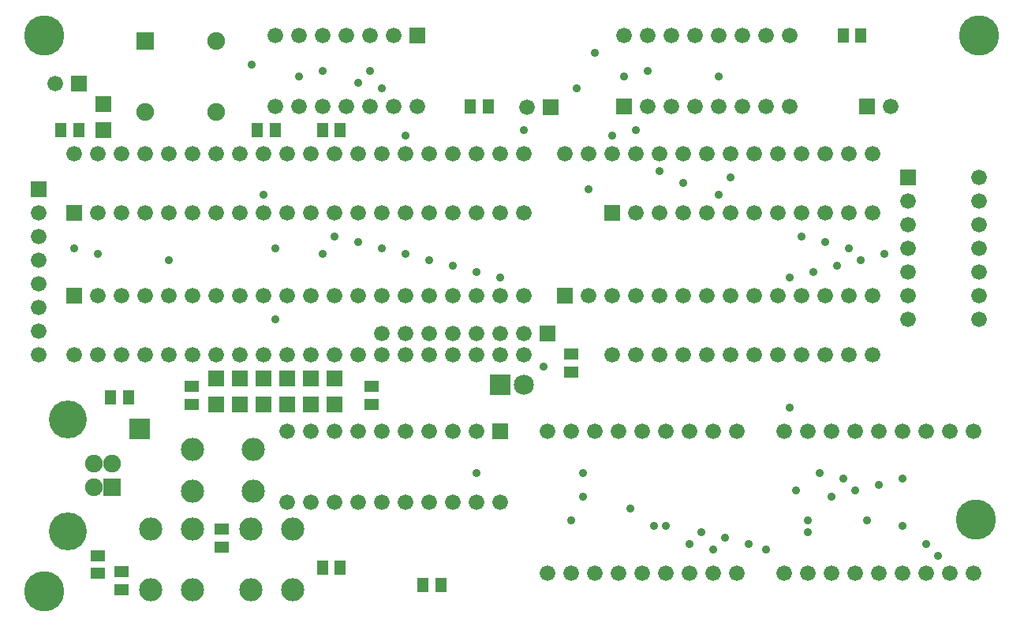
<source format=gts>
G04*
G04 Format:               Gerber RS-274X*
G04 Layer:                TopSolderMask*
G04 This File Name:       Mini (Ver 4l 2024).gts*
G04 Source File Name:     Mini (Ver 4l 2024).rrb*
G04 Unique ID:            ca1d4337-6a1f-456f-a0cb-244ba17453dc*
G04 Generated Date:       Sunday, 20 October 2024 14:22:25*
G04*
G04 Created Using:        Robot Room Copper Connection v2.7.5443*
G04 Software Contact:     http://www.robotroom.com/CopperConnection/Support.aspx*
G04 License Number:       1685*
G04 Student Edition:      true*
G04*
G04 Zero Suppression:     Leading*
G04 Number Precision:     2.4*
G04*
G04 Polarity:             Negative. Dark is solderable. Clear space is coating.*
G04*
%FSLAX24Y24*%
%MOIN*%
%LNTopSolderMask*%
%ADD10C,.036*%
%ADD11C,.041*%
%ADD12C,.066*%
%ADD13C,.075*%
%ADD14C,.085*%
%ADD15C,.098*%
%ADD16C,.16*%
%ADD17C,.17*%
%ADD18R,.006X.006*%
%ADD19R,.066X.066*%
%ADD20R,.075X.075*%
%ADD21R,.085X.085*%
%ADD22R,.05X.06*%
%ADD23R,.06X.05*%
%ADD24R,.065X.07*%
D10*
G01X10750Y20500D03*
X27000Y18750D03*
X34750Y5750D03*
X22070Y10480D03*
X10250Y17750D03*
X29500Y22750D03*
X6250Y15000D03*
X12750Y20500D03*
X16250Y15250D03*
X32500Y8750D03*
X33750Y6000D03*
X7220Y9660D03*
X3250Y15250D03*
X14750Y23000D03*
X12750D03*
X32750Y5250D03*
X13500Y2000D03*
X31500Y2750D03*
X26000Y20500D03*
X12750Y15250D03*
X21250Y20500D03*
X30000Y18500D03*
X2250Y15500D03*
X10750D03*
X37250Y5750D03*
X36250Y5500D03*
X35250Y5250D03*
X34250Y5000D03*
X23250Y4000D03*
X33250D03*
X27250Y3750D03*
X38250Y3000D03*
X37250Y3750D03*
X38750Y2500D03*
X30750Y3000D03*
X29500Y17750D03*
X23250Y10250D03*
X35750Y4000D03*
X29750Y3250D03*
X28250Y3000D03*
X29250Y2750D03*
X28750Y3500D03*
X14250Y22500D03*
X15250Y22250D03*
X3250Y2500D03*
X23500Y22250D03*
X26750Y3750D03*
X33250Y3500D03*
X34740Y24500D03*
X25750Y4500D03*
X19250Y6000D03*
X25500Y22750D03*
X23750Y5000D03*
Y6000D03*
X26500Y23000D03*
X15250Y15500D03*
X35000D03*
X11750Y22750D03*
X10750Y12500D03*
X14250Y15750D03*
X16250Y20250D03*
X25000D03*
X24000Y18000D03*
X34000Y15750D03*
X28000Y18250D03*
X13250Y16000D03*
X33000D03*
X9750Y23250D03*
X14810Y9660D03*
X3250Y1750D03*
X18990Y21500D03*
X36500Y15250D03*
X17250Y15000D03*
X35500D03*
X18250Y14750D03*
X34500D03*
X19250Y14500D03*
X33500D03*
X20250Y14250D03*
X24250Y23750D03*
X4540Y9200D03*
X17000Y1250D03*
X32500Y14250D03*
D11*
X3500Y20500D03*
D12*
X24000Y13500D03*
X25000D03*
X26000D03*
X27000D03*
X28000D03*
X29000D03*
X30000D03*
X31000D03*
X32000D03*
X33000D03*
X34000D03*
X35000D03*
X36000D03*
Y19500D03*
X35000D03*
X34000D03*
X33000D03*
X32000D03*
X31000D03*
X30000D03*
X29000D03*
X28000D03*
X27000D03*
X26000D03*
X25000D03*
X24000D03*
X23000D03*
X26000Y17000D03*
X27000D03*
X28000D03*
X29000D03*
X30000D03*
X31000D03*
X32000D03*
X33000D03*
X34000D03*
X35000D03*
X36000D03*
Y11000D03*
X35000D03*
X34000D03*
X33000D03*
X32000D03*
X31000D03*
X30000D03*
X29000D03*
X28000D03*
X27000D03*
X26000D03*
X25000D03*
X3250Y13500D03*
X4250D03*
X5250D03*
X6250D03*
X7250D03*
X8250D03*
X9250D03*
X10250D03*
X11250D03*
X12250D03*
X13250D03*
X14250D03*
X15250D03*
X16250D03*
X17250D03*
X18250D03*
X19250D03*
X20250D03*
X21250D03*
Y19500D03*
X20250D03*
X19250D03*
X18250D03*
X17250D03*
X16250D03*
X15250D03*
X14250D03*
X13250D03*
X12250D03*
X11250D03*
X10250D03*
X9250D03*
X8250D03*
X7250D03*
X6250D03*
X5250D03*
X4250D03*
X3250D03*
X2250D03*
X3250Y17000D03*
X4250D03*
X5250D03*
X6250D03*
X7250D03*
X8250D03*
X9250D03*
X10250D03*
X11250D03*
X12250D03*
X13250D03*
X14250D03*
X15250D03*
X16250D03*
X17250D03*
X18250D03*
X19250D03*
X20250D03*
X21250D03*
Y11000D03*
X20250D03*
X19250D03*
X18250D03*
X17250D03*
X16250D03*
X15250D03*
X14250D03*
X13250D03*
X12250D03*
X11250D03*
X10250D03*
X9250D03*
X8250D03*
X7250D03*
X6250D03*
X5250D03*
X4250D03*
X3250D03*
X2250D03*
X15750Y24500D03*
X14750D03*
X13750D03*
X12750D03*
X11750D03*
X10750D03*
Y21500D03*
X11750D03*
X12750D03*
X13750D03*
X14750D03*
X15750D03*
X16750D03*
X24250Y1750D03*
X22250D03*
X23250D03*
X25250D03*
X26250D03*
X27250D03*
X28250D03*
X29250D03*
X30250D03*
Y7750D03*
X29250D03*
X28250D03*
X27250D03*
X26250D03*
X25250D03*
X24250D03*
X23250D03*
X22250D03*
X1460Y22460D03*
X750Y17000D03*
Y16000D03*
Y15000D03*
Y14000D03*
Y13000D03*
Y12000D03*
Y11000D03*
X34250Y1750D03*
X32250D03*
X33250D03*
X35250D03*
X36250D03*
X37250D03*
X38250D03*
X39250D03*
X40250D03*
Y7750D03*
X39250D03*
X38250D03*
X37250D03*
X36250D03*
X35250D03*
X34250D03*
X33250D03*
X32250D03*
X19250D03*
X18250D03*
X17250D03*
X16250D03*
X15250D03*
X14250D03*
X13250D03*
X12250D03*
X11250D03*
Y4750D03*
X12250D03*
X13250D03*
X14250D03*
X15250D03*
X16250D03*
X17250D03*
X18250D03*
X19250D03*
X20250D03*
X37500Y17500D03*
Y16500D03*
Y15500D03*
Y14500D03*
Y13500D03*
Y12500D03*
X40500D03*
Y13500D03*
Y14500D03*
Y15500D03*
Y16500D03*
Y17500D03*
Y18500D03*
X26500Y21500D03*
X27500D03*
X28500D03*
X29500D03*
X30500D03*
X31500D03*
X32500D03*
Y24500D03*
X31500D03*
X30500D03*
X29500D03*
X28500D03*
X27500D03*
X26500D03*
X25500D03*
X36750Y21500D03*
X21390Y21450D03*
X21250Y11890D03*
X20250D03*
X19250D03*
X18250D03*
X17250D03*
X16250D03*
X15250D03*
D13*
X5250Y21250D03*
X8250D03*
Y24250D03*
X3070Y6370D03*
Y5390D03*
X3850Y6370D03*
D14*
X21250Y9720D03*
D15*
X7250Y3610D03*
Y1050D03*
X5480Y3610D03*
Y1050D03*
X11500Y3610D03*
Y1050D03*
X9730Y3610D03*
Y1050D03*
X7250Y7000D03*
X9810D03*
X7250Y5230D03*
X9810D03*
D16*
X2000Y8250D03*
Y3510D03*
D17*
X1000Y24500D03*
Y1000D03*
X40350Y4030D03*
X40500Y24500D03*
D19*
X23000Y13500D03*
X25000Y17000D03*
X2250Y13500D03*
Y17000D03*
X16750Y24500D03*
X2460Y22460D03*
X750Y18000D03*
X20250Y7750D03*
X37500Y18500D03*
X25500Y21500D03*
X35750D03*
X22390Y21450D03*
X22250Y11890D03*
D20*
X5250Y24250D03*
X3850Y5390D03*
D21*
X5030Y7840D03*
X20250Y9720D03*
D22*
X13500Y2000D03*
X12740D03*
X1700Y20500D03*
X2460D03*
X35500Y24500D03*
X34740D03*
X10000Y20500D03*
X10760D03*
X13500D03*
X12740D03*
X19750Y21500D03*
X18990D03*
X3780Y9200D03*
X4540D03*
X17750Y1250D03*
X16990D03*
D23*
X7230Y8900D03*
X4260Y1050D03*
Y1810D03*
X8500Y3610D03*
Y2850D03*
X23250Y10250D03*
Y11010D03*
X7230Y9660D03*
X14810Y8900D03*
Y9660D03*
X3250Y2500D03*
Y1740D03*
D24*
X3500Y20500D03*
Y21600D03*
X8250Y10000D03*
Y8900D03*
X9250Y10000D03*
Y8900D03*
X13250Y10000D03*
Y8900D03*
X12250Y10000D03*
Y8900D03*
X11250Y10000D03*
Y8900D03*
X10250Y10000D03*
Y8900D03*
M02*

</source>
